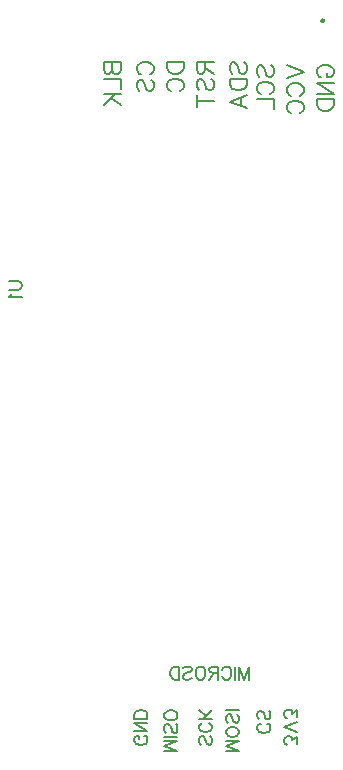
<source format=gbo>
G04 Layer: BottomSilkscreenLayer*
G04 EasyEDA v6.5.40, 2024-06-27 16:13:32*
G04 1bb4523bb94a4e3199f7f8869f766872,df7e7e3c38a3447abd37b529b333d242,10*
G04 Gerber Generator version 0.2*
G04 Scale: 100 percent, Rotated: No, Reflected: No *
G04 Dimensions in millimeters *
G04 leading zeros omitted , absolute positions ,4 integer and 5 decimal *
%FSLAX45Y45*%
%MOMM*%

%ADD10C,0.1524*%
%ADD11C,0.2032*%
%ADD12C,0.1520*%
%ADD13C,0.2150*%

%LPD*%
D10*
X1040231Y6451650D02*
G01*
X1118209Y6451650D01*
X1133703Y6446316D01*
X1144117Y6435902D01*
X1149451Y6420408D01*
X1149451Y6409994D01*
X1144117Y6394500D01*
X1133703Y6384086D01*
X1118209Y6378752D01*
X1040231Y6378752D01*
X1061059Y6344462D02*
G01*
X1055725Y6334048D01*
X1040231Y6318554D01*
X1149451Y6318554D01*
D11*
X2155952Y8203437D02*
G01*
X2142490Y8210295D01*
X2128774Y8224012D01*
X2121915Y8237728D01*
X2121915Y8264905D01*
X2128774Y8278621D01*
X2142490Y8292084D01*
X2155952Y8298942D01*
X2176525Y8305800D01*
X2210561Y8305800D01*
X2231136Y8298942D01*
X2244597Y8292084D01*
X2258313Y8278621D01*
X2265172Y8264905D01*
X2265172Y8237728D01*
X2258313Y8224012D01*
X2244597Y8210295D01*
X2231136Y8203437D01*
X2142490Y8062976D02*
G01*
X2128774Y8076692D01*
X2121915Y8097265D01*
X2121915Y8124444D01*
X2128774Y8145018D01*
X2142490Y8158479D01*
X2155952Y8158479D01*
X2169668Y8151621D01*
X2176525Y8145018D01*
X2183384Y8131302D01*
X2196845Y8090408D01*
X2203704Y8076692D01*
X2210561Y8069834D01*
X2224277Y8062976D01*
X2244597Y8062976D01*
X2258313Y8076692D01*
X2265172Y8097265D01*
X2265172Y8124444D01*
X2258313Y8145018D01*
X2244597Y8158479D01*
X2375915Y8305800D02*
G01*
X2519172Y8305800D01*
X2375915Y8305800D02*
G01*
X2375915Y8258047D01*
X2382774Y8237728D01*
X2396490Y8224012D01*
X2409952Y8217154D01*
X2430525Y8210295D01*
X2464561Y8210295D01*
X2485136Y8217154D01*
X2498597Y8224012D01*
X2512313Y8237728D01*
X2519172Y8258047D01*
X2519172Y8305800D01*
X2409952Y8062976D02*
G01*
X2396490Y8069834D01*
X2382774Y8083550D01*
X2375915Y8097265D01*
X2375915Y8124444D01*
X2382774Y8138160D01*
X2396490Y8151621D01*
X2409952Y8158479D01*
X2430525Y8165337D01*
X2464561Y8165337D01*
X2485136Y8158479D01*
X2498597Y8151621D01*
X2512313Y8138160D01*
X2519172Y8124444D01*
X2519172Y8097265D01*
X2512313Y8083550D01*
X2498597Y8069834D01*
X2485136Y8062976D01*
X3679952Y8178037D02*
G01*
X3666490Y8184895D01*
X3652774Y8198612D01*
X3645915Y8212328D01*
X3645915Y8239505D01*
X3652774Y8253221D01*
X3666490Y8266684D01*
X3679952Y8273542D01*
X3700525Y8280400D01*
X3734561Y8280400D01*
X3755136Y8273542D01*
X3768597Y8266684D01*
X3782313Y8253221D01*
X3789172Y8239505D01*
X3789172Y8212328D01*
X3782313Y8198612D01*
X3768597Y8184895D01*
X3755136Y8178037D01*
X3734561Y8178037D01*
X3734561Y8212328D02*
G01*
X3734561Y8178037D01*
X3645915Y8133079D02*
G01*
X3789172Y8133079D01*
X3645915Y8133079D02*
G01*
X3789172Y8037576D01*
X3645915Y8037576D02*
G01*
X3789172Y8037576D01*
X3645915Y7992618D02*
G01*
X3789172Y7992618D01*
X3645915Y7992618D02*
G01*
X3645915Y7944865D01*
X3652774Y7924545D01*
X3666490Y7910829D01*
X3679952Y7903971D01*
X3700525Y7897113D01*
X3734561Y7897113D01*
X3755136Y7903971D01*
X3768597Y7910829D01*
X3782313Y7924545D01*
X3789172Y7944865D01*
X3789172Y7992618D01*
X3391915Y8280400D02*
G01*
X3535172Y8225789D01*
X3391915Y8171434D02*
G01*
X3535172Y8225789D01*
X3425952Y8024113D02*
G01*
X3412490Y8030971D01*
X3398774Y8044434D01*
X3391915Y8058150D01*
X3391915Y8085328D01*
X3398774Y8099044D01*
X3412490Y8112760D01*
X3425952Y8119618D01*
X3446525Y8126221D01*
X3480561Y8126221D01*
X3501136Y8119618D01*
X3514597Y8112760D01*
X3528313Y8099044D01*
X3535172Y8085328D01*
X3535172Y8058150D01*
X3528313Y8044434D01*
X3514597Y8030971D01*
X3501136Y8024113D01*
X3425952Y7876794D02*
G01*
X3412490Y7883652D01*
X3398774Y7897113D01*
X3391915Y7910829D01*
X3391915Y7938008D01*
X3398774Y7951723D01*
X3412490Y7965439D01*
X3425952Y7972297D01*
X3446525Y7979155D01*
X3480561Y7979155D01*
X3501136Y7972297D01*
X3514597Y7965439D01*
X3528313Y7951723D01*
X3535172Y7938008D01*
X3535172Y7910829D01*
X3528313Y7897113D01*
X3514597Y7883652D01*
X3501136Y7876794D01*
X3158490Y8184895D02*
G01*
X3144774Y8198612D01*
X3137915Y8218931D01*
X3137915Y8246363D01*
X3144774Y8266684D01*
X3158490Y8280400D01*
X3171952Y8280400D01*
X3185668Y8273542D01*
X3192525Y8266684D01*
X3199384Y8253221D01*
X3212845Y8212328D01*
X3219704Y8198612D01*
X3226561Y8191754D01*
X3240277Y8184895D01*
X3260597Y8184895D01*
X3274313Y8198612D01*
X3281172Y8218931D01*
X3281172Y8246363D01*
X3274313Y8266684D01*
X3260597Y8280400D01*
X3171952Y8037576D02*
G01*
X3158490Y8044434D01*
X3144774Y8058150D01*
X3137915Y8071865D01*
X3137915Y8099044D01*
X3144774Y8112760D01*
X3158490Y8126221D01*
X3171952Y8133079D01*
X3192525Y8139937D01*
X3226561Y8139937D01*
X3247136Y8133079D01*
X3260597Y8126221D01*
X3274313Y8112760D01*
X3281172Y8099044D01*
X3281172Y8071865D01*
X3274313Y8058150D01*
X3260597Y8044434D01*
X3247136Y8037576D01*
X3137915Y7992618D02*
G01*
X3281172Y7992618D01*
X3281172Y7992618D02*
G01*
X3281172Y7910829D01*
X2929890Y8210295D02*
G01*
X2916174Y8224012D01*
X2909315Y8244331D01*
X2909315Y8271763D01*
X2916174Y8292084D01*
X2929890Y8305800D01*
X2943352Y8305800D01*
X2957068Y8298942D01*
X2963925Y8292084D01*
X2970784Y8278621D01*
X2984245Y8237728D01*
X2991104Y8224012D01*
X2997961Y8217154D01*
X3011677Y8210295D01*
X3031997Y8210295D01*
X3045713Y8224012D01*
X3052572Y8244331D01*
X3052572Y8271763D01*
X3045713Y8292084D01*
X3031997Y8305800D01*
X2909315Y8165337D02*
G01*
X3052572Y8165337D01*
X2909315Y8165337D02*
G01*
X2909315Y8117586D01*
X2916174Y8097265D01*
X2929890Y8083550D01*
X2943352Y8076692D01*
X2963925Y8069834D01*
X2997961Y8069834D01*
X3018536Y8076692D01*
X3031997Y8083550D01*
X3045713Y8097265D01*
X3052572Y8117586D01*
X3052572Y8165337D01*
X2909315Y7970265D02*
G01*
X3052572Y8024876D01*
X2909315Y7970265D02*
G01*
X3052572Y7915910D01*
X3004820Y8004555D02*
G01*
X3004820Y7936229D01*
X2629915Y8305800D02*
G01*
X2773172Y8305800D01*
X2629915Y8305800D02*
G01*
X2629915Y8244331D01*
X2636774Y8224012D01*
X2643631Y8217154D01*
X2657093Y8210295D01*
X2670809Y8210295D01*
X2684525Y8217154D01*
X2691384Y8224012D01*
X2698241Y8244331D01*
X2698241Y8305800D01*
X2698241Y8258047D02*
G01*
X2773172Y8210295D01*
X2650490Y8069834D02*
G01*
X2636774Y8083550D01*
X2629915Y8103870D01*
X2629915Y8131302D01*
X2636774Y8151621D01*
X2650490Y8165337D01*
X2663952Y8165337D01*
X2677668Y8158479D01*
X2684525Y8151621D01*
X2691384Y8138160D01*
X2704845Y8097265D01*
X2711704Y8083550D01*
X2718561Y8076692D01*
X2732277Y8069834D01*
X2752597Y8069834D01*
X2766313Y8083550D01*
X2773172Y8103870D01*
X2773172Y8131302D01*
X2766313Y8151621D01*
X2752597Y8165337D01*
X2629915Y7977123D02*
G01*
X2773172Y7977123D01*
X2629915Y8024876D02*
G01*
X2629915Y7929371D01*
X1842515Y8305800D02*
G01*
X1985772Y8305800D01*
X1842515Y8305800D02*
G01*
X1842515Y8244331D01*
X1849373Y8224012D01*
X1856231Y8217154D01*
X1869694Y8210295D01*
X1883410Y8210295D01*
X1897126Y8217154D01*
X1903984Y8224012D01*
X1910842Y8244331D01*
X1910842Y8305800D02*
G01*
X1910842Y8244331D01*
X1917445Y8224012D01*
X1924304Y8217154D01*
X1938020Y8210295D01*
X1958340Y8210295D01*
X1972056Y8217154D01*
X1978913Y8224012D01*
X1985772Y8244331D01*
X1985772Y8305800D01*
X1842515Y8165337D02*
G01*
X1985772Y8165337D01*
X1985772Y8165337D02*
G01*
X1985772Y8083550D01*
X1842515Y8038592D02*
G01*
X1985772Y8038592D01*
X1842515Y7943087D02*
G01*
X1938020Y8038592D01*
X1903984Y8004555D02*
G01*
X1985772Y7943087D01*
D12*
X2985515Y2476500D02*
G01*
X2876550Y2476500D01*
X2985515Y2476500D02*
G01*
X2876550Y2518155D01*
X2985515Y2559557D02*
G01*
X2876550Y2518155D01*
X2985515Y2559557D02*
G01*
X2876550Y2559557D01*
X2985515Y2625089D02*
G01*
X2980436Y2614676D01*
X2970022Y2604262D01*
X2959608Y2599181D01*
X2943859Y2593847D01*
X2917952Y2593847D01*
X2902458Y2599181D01*
X2892043Y2604262D01*
X2881629Y2614676D01*
X2876550Y2625089D01*
X2876550Y2645918D01*
X2881629Y2656331D01*
X2892043Y2666745D01*
X2902458Y2671826D01*
X2917952Y2677160D01*
X2943859Y2677160D01*
X2959608Y2671826D01*
X2970022Y2666745D01*
X2980436Y2656331D01*
X2985515Y2645918D01*
X2985515Y2625089D01*
X2970022Y2784094D02*
G01*
X2980436Y2773679D01*
X2985515Y2758186D01*
X2985515Y2737357D01*
X2980436Y2721610D01*
X2970022Y2711450D01*
X2959608Y2711450D01*
X2949193Y2716529D01*
X2943859Y2721610D01*
X2938779Y2732023D01*
X2928365Y2763265D01*
X2923286Y2773679D01*
X2917952Y2778760D01*
X2907538Y2784094D01*
X2892043Y2784094D01*
X2881629Y2773679D01*
X2876550Y2758186D01*
X2876550Y2737357D01*
X2881629Y2721610D01*
X2892043Y2711450D01*
X2985515Y2818384D02*
G01*
X2876550Y2818384D01*
X3226308Y2706878D02*
G01*
X3236722Y2701544D01*
X3247136Y2691129D01*
X3252215Y2680970D01*
X3252215Y2660142D01*
X3247136Y2649728D01*
X3236722Y2639313D01*
X3226308Y2633979D01*
X3210559Y2628900D01*
X3184652Y2628900D01*
X3169158Y2633979D01*
X3158743Y2639313D01*
X3148329Y2649728D01*
X3143250Y2660142D01*
X3143250Y2680970D01*
X3148329Y2691129D01*
X3158743Y2701544D01*
X3169158Y2706878D01*
X3236722Y2813812D02*
G01*
X3247136Y2803397D01*
X3252215Y2787904D01*
X3252215Y2767076D01*
X3247136Y2751581D01*
X3236722Y2741168D01*
X3226308Y2741168D01*
X3215893Y2746247D01*
X3210559Y2751581D01*
X3205479Y2761995D01*
X3195065Y2792984D01*
X3189986Y2803397D01*
X3184652Y2808731D01*
X3174238Y2813812D01*
X3158743Y2813812D01*
X3148329Y2803397D01*
X3143250Y2787904D01*
X3143250Y2767076D01*
X3148329Y2751581D01*
X3158743Y2741168D01*
X3480815Y2537713D02*
G01*
X3480815Y2594863D01*
X3439159Y2563621D01*
X3439159Y2579370D01*
X3434079Y2589529D01*
X3429000Y2594863D01*
X3413252Y2599944D01*
X3402838Y2599944D01*
X3387343Y2594863D01*
X3376929Y2584450D01*
X3371850Y2568955D01*
X3371850Y2553207D01*
X3376929Y2537713D01*
X3382009Y2532379D01*
X3392424Y2527300D01*
X3480815Y2634234D02*
G01*
X3371850Y2675889D01*
X3480815Y2717545D02*
G01*
X3371850Y2675889D01*
X3480815Y2762250D02*
G01*
X3480815Y2819400D01*
X3439159Y2788157D01*
X3439159Y2803652D01*
X3434079Y2814065D01*
X3429000Y2819400D01*
X3413252Y2824479D01*
X3402838Y2824479D01*
X3387343Y2819400D01*
X3376929Y2808986D01*
X3371850Y2793237D01*
X3371850Y2777744D01*
X3376929Y2762250D01*
X3382009Y2756915D01*
X3392424Y2751836D01*
X2741422Y2599944D02*
G01*
X2751836Y2589529D01*
X2756915Y2574036D01*
X2756915Y2553207D01*
X2751836Y2537713D01*
X2741422Y2527300D01*
X2731008Y2527300D01*
X2720593Y2532379D01*
X2715259Y2537713D01*
X2710179Y2548128D01*
X2699765Y2579370D01*
X2694686Y2589529D01*
X2689352Y2594863D01*
X2678938Y2599944D01*
X2663443Y2599944D01*
X2653029Y2589529D01*
X2647950Y2574036D01*
X2647950Y2553207D01*
X2653029Y2537713D01*
X2663443Y2527300D01*
X2731008Y2712212D02*
G01*
X2741422Y2707131D01*
X2751836Y2696718D01*
X2756915Y2686304D01*
X2756915Y2665476D01*
X2751836Y2655062D01*
X2741422Y2644647D01*
X2731008Y2639568D01*
X2715259Y2634234D01*
X2689352Y2634234D01*
X2673858Y2639568D01*
X2663443Y2644647D01*
X2653029Y2655062D01*
X2647950Y2665476D01*
X2647950Y2686304D01*
X2653029Y2696718D01*
X2663443Y2707131D01*
X2673858Y2712212D01*
X2756915Y2746502D02*
G01*
X2647950Y2746502D01*
X2756915Y2819400D02*
G01*
X2684272Y2746502D01*
X2710179Y2772410D02*
G01*
X2647950Y2819400D01*
X2464815Y2476500D02*
G01*
X2355850Y2476500D01*
X2464815Y2476500D02*
G01*
X2355850Y2518155D01*
X2464815Y2559557D02*
G01*
X2355850Y2518155D01*
X2464815Y2559557D02*
G01*
X2355850Y2559557D01*
X2464815Y2593847D02*
G01*
X2355850Y2593847D01*
X2449322Y2701036D02*
G01*
X2459736Y2690621D01*
X2464815Y2674873D01*
X2464815Y2654300D01*
X2459736Y2638552D01*
X2449322Y2628137D01*
X2438908Y2628137D01*
X2428493Y2633471D01*
X2423159Y2638552D01*
X2418079Y2648965D01*
X2407665Y2680207D01*
X2402586Y2690621D01*
X2397252Y2695702D01*
X2386838Y2701036D01*
X2371343Y2701036D01*
X2360929Y2690621D01*
X2355850Y2674873D01*
X2355850Y2654300D01*
X2360929Y2638552D01*
X2371343Y2628137D01*
X2464815Y2766313D02*
G01*
X2459736Y2755900D01*
X2449322Y2745739D01*
X2438908Y2740405D01*
X2423159Y2735326D01*
X2397252Y2735326D01*
X2381758Y2740405D01*
X2371343Y2745739D01*
X2360929Y2755900D01*
X2355850Y2766313D01*
X2355850Y2787142D01*
X2360929Y2797555D01*
X2371343Y2807970D01*
X2381758Y2813050D01*
X2397252Y2818384D01*
X2423159Y2818384D01*
X2438908Y2813050D01*
X2449322Y2807970D01*
X2459736Y2797555D01*
X2464815Y2787142D01*
X2464815Y2766313D01*
X2184908Y2605278D02*
G01*
X2195322Y2599944D01*
X2205736Y2589529D01*
X2210815Y2579370D01*
X2210815Y2558542D01*
X2205736Y2548128D01*
X2195322Y2537713D01*
X2184908Y2532379D01*
X2169159Y2527300D01*
X2143252Y2527300D01*
X2127758Y2532379D01*
X2117343Y2537713D01*
X2106929Y2548128D01*
X2101850Y2558542D01*
X2101850Y2579370D01*
X2106929Y2589529D01*
X2117343Y2599944D01*
X2127758Y2605278D01*
X2143252Y2605278D01*
X2143252Y2579370D02*
G01*
X2143252Y2605278D01*
X2210815Y2639568D02*
G01*
X2101850Y2639568D01*
X2210815Y2639568D02*
G01*
X2101850Y2712212D01*
X2210815Y2712212D02*
G01*
X2101850Y2712212D01*
X2210815Y2746502D02*
G01*
X2101850Y2746502D01*
X2210815Y2746502D02*
G01*
X2210815Y2782823D01*
X2205736Y2798571D01*
X2195322Y2808986D01*
X2184908Y2814065D01*
X2169159Y2819400D01*
X2143252Y2819400D01*
X2127758Y2814065D01*
X2117343Y2808986D01*
X2106929Y2798571D01*
X2101850Y2782823D01*
X2101850Y2746502D01*
D10*
X3073374Y3188639D02*
G01*
X3073374Y3079673D01*
X3073374Y3188639D02*
G01*
X3031718Y3079673D01*
X2990316Y3188639D02*
G01*
X3031718Y3079673D01*
X2990316Y3188639D02*
G01*
X2990316Y3079673D01*
X2956026Y3188639D02*
G01*
X2956026Y3079673D01*
X2843758Y3162731D02*
G01*
X2848838Y3173145D01*
X2859252Y3183559D01*
X2869666Y3188639D01*
X2890494Y3188639D01*
X2900908Y3183559D01*
X2911322Y3173145D01*
X2916402Y3162731D01*
X2921736Y3147237D01*
X2921736Y3121075D01*
X2916402Y3105581D01*
X2911322Y3095167D01*
X2900908Y3084753D01*
X2890494Y3079673D01*
X2869666Y3079673D01*
X2859252Y3084753D01*
X2848838Y3095167D01*
X2843758Y3105581D01*
X2809468Y3188639D02*
G01*
X2809468Y3079673D01*
X2809468Y3188639D02*
G01*
X2762732Y3188639D01*
X2747238Y3183559D01*
X2741904Y3178225D01*
X2736824Y3168065D01*
X2736824Y3157651D01*
X2741904Y3147237D01*
X2747238Y3141903D01*
X2762732Y3136823D01*
X2809468Y3136823D01*
X2773146Y3136823D02*
G01*
X2736824Y3079673D01*
X2671292Y3188639D02*
G01*
X2681706Y3183559D01*
X2692120Y3173145D01*
X2697200Y3162731D01*
X2702534Y3147237D01*
X2702534Y3121075D01*
X2697200Y3105581D01*
X2692120Y3095167D01*
X2681706Y3084753D01*
X2671292Y3079673D01*
X2650464Y3079673D01*
X2640050Y3084753D01*
X2629636Y3095167D01*
X2624556Y3105581D01*
X2619222Y3121075D01*
X2619222Y3147237D01*
X2624556Y3162731D01*
X2629636Y3173145D01*
X2640050Y3183559D01*
X2650464Y3188639D01*
X2671292Y3188639D01*
X2512288Y3173145D02*
G01*
X2522702Y3183559D01*
X2538196Y3188639D01*
X2559024Y3188639D01*
X2574518Y3183559D01*
X2584932Y3173145D01*
X2584932Y3162731D01*
X2579852Y3152317D01*
X2574518Y3147237D01*
X2564358Y3141903D01*
X2533116Y3131489D01*
X2522702Y3126409D01*
X2517368Y3121075D01*
X2512288Y3110915D01*
X2512288Y3095167D01*
X2522702Y3084753D01*
X2538196Y3079673D01*
X2559024Y3079673D01*
X2574518Y3084753D01*
X2584932Y3095167D01*
X2477998Y3188639D02*
G01*
X2477998Y3079673D01*
X2477998Y3188639D02*
G01*
X2441676Y3188639D01*
X2425928Y3183559D01*
X2415768Y3173145D01*
X2410434Y3162731D01*
X2405354Y3147237D01*
X2405354Y3121075D01*
X2410434Y3105581D01*
X2415768Y3095167D01*
X2425928Y3084753D01*
X2441676Y3079673D01*
X2477998Y3079673D01*
D13*
G75*
G01
X3706444Y8657920D02*
G03X3706444Y8657920I-10744J0D01*
M02*

</source>
